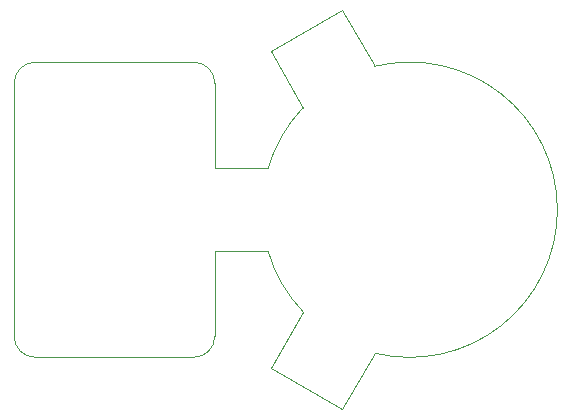
<source format=gbr>
G04 #@! TF.GenerationSoftware,KiCad,Pcbnew,(5.1.5-0)*
G04 #@! TF.CreationDate,2020-05-02T01:07:30+03:00*
G04 #@! TF.ProjectId,raybeacon,72617962-6561-4636-9f6e-2e6b69636164,1.4*
G04 #@! TF.SameCoordinates,PX8f0d180PY5f5e100*
G04 #@! TF.FileFunction,Profile,NP*
%FSLAX46Y46*%
G04 Gerber Fmt 4.6, Leading zero omitted, Abs format (unit mm)*
G04 Created by KiCad (PCBNEW (5.1.5-0)) date 2020-05-02 01:07:30*
%MOMM*%
%LPD*%
G04 APERTURE LIST*
%ADD10C,0.100000*%
G04 APERTURE END LIST*
D10*
X-16500001Y-10699999D02*
G75*
G02X-18299999Y-12499999I-1799999J-1D01*
G01*
X-31700000Y-12500000D02*
G75*
G02X-33500000Y-10700000I0J1800000D01*
G01*
X-18300000Y12500000D02*
G75*
G02X-16500000Y10700000I0J-1800000D01*
G01*
X-33500000Y10700000D02*
G75*
G02X-31700000Y12500000I1800000J0D01*
G01*
X-11999999Y3500001D02*
G75*
G02X-9031087Y8642305I11999999J-3500001D01*
G01*
X-5718910Y16905445D02*
X-2968911Y12142305D01*
X-11781087Y13405446D02*
X-5718910Y16905445D01*
X-9031089Y8642305D02*
X-11781087Y13405446D01*
X-16500000Y10700000D02*
X-16500000Y3500000D01*
X-16500000Y-10700000D02*
X-16500000Y-3500000D01*
X-31700000Y12500000D02*
X-18300000Y12500000D01*
X-31700000Y-12500001D02*
X-18299999Y-12499999D01*
X-33500000Y10700000D02*
X-33500000Y-10700000D01*
X-16500000Y3500000D02*
X-12000000Y3500000D01*
X-5718910Y-16905445D02*
X-2968908Y-12142305D01*
X-11781089Y-13405445D02*
X-5718910Y-16905445D01*
X-11781089Y-13405445D02*
X-9032672Y-8645048D01*
X-2968909Y-12142305D02*
G75*
G03X-2968911Y12142305I2968909J12142305D01*
G01*
X-9030476Y-8642945D02*
G75*
G02X-12000000Y-3500000I9030476J8642945D01*
G01*
X-16500000Y-3500000D02*
X-12000000Y-3500000D01*
M02*

</source>
